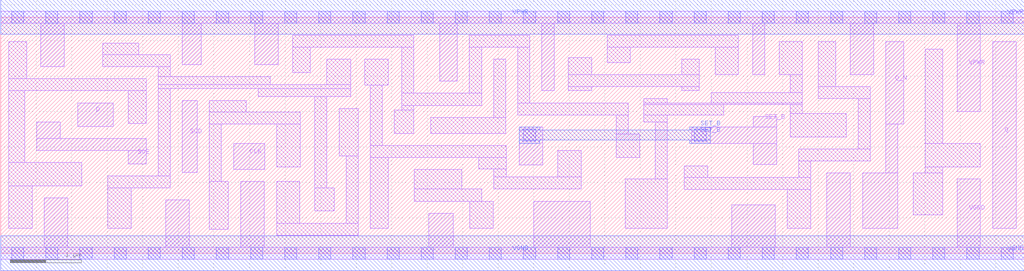
<source format=lef>
# Copyright 2020 The SkyWater PDK Authors
#
# Licensed under the Apache License, Version 2.0 (the "License");
# you may not use this file except in compliance with the License.
# You may obtain a copy of the License at
#
#     https://www.apache.org/licenses/LICENSE-2.0
#
# Unless required by applicable law or agreed to in writing, software
# distributed under the License is distributed on an "AS IS" BASIS,
# WITHOUT WARRANTIES OR CONDITIONS OF ANY KIND, either express or implied.
# See the License for the specific language governing permissions and
# limitations under the License.
#
# SPDX-License-Identifier: Apache-2.0

VERSION 5.7 ;
  NAMESCASESENSITIVE ON ;
  NOWIREEXTENSIONATPIN ON ;
  DIVIDERCHAR "/" ;
  BUSBITCHARS "[]" ;
UNITS
  DATABASE MICRONS 200 ;
END UNITS
MACRO sky130_fd_sc_ms__sdfsbp_1
  CLASS CORE ;
  SOURCE USER ;
  FOREIGN sky130_fd_sc_ms__sdfsbp_1 ;
  ORIGIN  0.000000  0.000000 ;
  SIZE  14.40000 BY  3.330000 ;
  SYMMETRY X Y ;
  SITE unit ;
  PIN D
    ANTENNAGATEAREA  0.178200 ;
    DIRECTION INPUT ;
    USE SIGNAL ;
    PORT
      LAYER li1 ;
        RECT 1.085000 1.790000 1.585000 2.120000 ;
    END
  END D
  PIN Q
    ANTENNADIFFAREA  0.518900 ;
    DIRECTION OUTPUT ;
    USE SIGNAL ;
    PORT
      LAYER li1 ;
        RECT 13.955000 0.350000 14.290000 2.980000 ;
    END
  END Q
  PIN Q_N
    ANTENNADIFFAREA  0.518900 ;
    DIRECTION OUTPUT ;
    USE SIGNAL ;
    PORT
      LAYER li1 ;
        RECT 12.125000 0.350000 12.620000 1.130000 ;
        RECT 12.450000 1.130000 12.620000 1.820000 ;
        RECT 12.450000 1.820000 12.705000 2.980000 ;
    END
  END Q_N
  PIN SCD
    ANTENNAGATEAREA  0.178200 ;
    DIRECTION INPUT ;
    USE SIGNAL ;
    PORT
      LAYER li1 ;
        RECT 2.555000 1.140000 2.765000 2.150000 ;
    END
  END SCD
  PIN SCE
    ANTENNAGATEAREA  0.356400 ;
    DIRECTION INPUT ;
    USE SIGNAL ;
    PORT
      LAYER li1 ;
        RECT 0.505000 1.450000 2.045000 1.620000 ;
        RECT 0.505000 1.620000 0.835000 1.850000 ;
        RECT 1.795000 1.260000 2.045000 1.450000 ;
    END
  END SCE
  PIN SET_B
    ANTENNAGATEAREA  0.277200 ;
    DIRECTION INPUT ;
    USE SIGNAL ;
    PORT
      LAYER li1 ;
        RECT  7.295000 1.245000  7.625000 1.780000 ;
        RECT  9.725000 1.550000 10.915000 1.780000 ;
        RECT 10.585000 1.255000 10.915000 1.550000 ;
        RECT 10.585000 1.780000 10.915000 1.925000 ;
      LAYER mcon ;
        RECT 7.355000 1.580000 7.525000 1.750000 ;
        RECT 9.755000 1.580000 9.925000 1.750000 ;
      LAYER met1 ;
        RECT 7.295000 1.550000 7.585000 1.595000 ;
        RECT 7.295000 1.595000 9.985000 1.735000 ;
        RECT 7.295000 1.735000 7.585000 1.780000 ;
        RECT 9.695000 1.550000 9.985000 1.595000 ;
        RECT 9.695000 1.735000 9.985000 1.780000 ;
    END
  END SET_B
  PIN CLK
    ANTENNAGATEAREA  0.312600 ;
    DIRECTION INPUT ;
    USE CLOCK ;
    PORT
      LAYER li1 ;
        RECT 3.275000 1.180000 3.715000 1.550000 ;
    END
  END CLK
  PIN VGND
    DIRECTION INOUT ;
    USE GROUND ;
    PORT
      LAYER li1 ;
        RECT  0.000000 -0.085000 14.400000 0.085000 ;
        RECT  0.615000  0.085000  0.945000 0.780000 ;
        RECT  2.325000  0.085000  2.655000 0.750000 ;
        RECT  3.380000  0.085000  3.710000 1.010000 ;
        RECT  6.020000  0.085000  6.370000 0.565000 ;
        RECT  7.500000  0.085000  8.295000 0.735000 ;
        RECT 10.285000  0.085000 10.895000 0.680000 ;
        RECT 11.625000  0.085000 11.955000 1.130000 ;
        RECT 13.455000  0.085000 13.785000 1.050000 ;
      LAYER mcon ;
        RECT  0.155000 -0.085000  0.325000 0.085000 ;
        RECT  0.635000 -0.085000  0.805000 0.085000 ;
        RECT  1.115000 -0.085000  1.285000 0.085000 ;
        RECT  1.595000 -0.085000  1.765000 0.085000 ;
        RECT  2.075000 -0.085000  2.245000 0.085000 ;
        RECT  2.555000 -0.085000  2.725000 0.085000 ;
        RECT  3.035000 -0.085000  3.205000 0.085000 ;
        RECT  3.515000 -0.085000  3.685000 0.085000 ;
        RECT  3.995000 -0.085000  4.165000 0.085000 ;
        RECT  4.475000 -0.085000  4.645000 0.085000 ;
        RECT  4.955000 -0.085000  5.125000 0.085000 ;
        RECT  5.435000 -0.085000  5.605000 0.085000 ;
        RECT  5.915000 -0.085000  6.085000 0.085000 ;
        RECT  6.395000 -0.085000  6.565000 0.085000 ;
        RECT  6.875000 -0.085000  7.045000 0.085000 ;
        RECT  7.355000 -0.085000  7.525000 0.085000 ;
        RECT  7.835000 -0.085000  8.005000 0.085000 ;
        RECT  8.315000 -0.085000  8.485000 0.085000 ;
        RECT  8.795000 -0.085000  8.965000 0.085000 ;
        RECT  9.275000 -0.085000  9.445000 0.085000 ;
        RECT  9.755000 -0.085000  9.925000 0.085000 ;
        RECT 10.235000 -0.085000 10.405000 0.085000 ;
        RECT 10.715000 -0.085000 10.885000 0.085000 ;
        RECT 11.195000 -0.085000 11.365000 0.085000 ;
        RECT 11.675000 -0.085000 11.845000 0.085000 ;
        RECT 12.155000 -0.085000 12.325000 0.085000 ;
        RECT 12.635000 -0.085000 12.805000 0.085000 ;
        RECT 13.115000 -0.085000 13.285000 0.085000 ;
        RECT 13.595000 -0.085000 13.765000 0.085000 ;
        RECT 14.075000 -0.085000 14.245000 0.085000 ;
      LAYER met1 ;
        RECT 0.000000 -0.245000 14.400000 0.245000 ;
    END
  END VGND
  PIN VPWR
    DIRECTION INOUT ;
    USE POWER ;
    PORT
      LAYER li1 ;
        RECT  0.000000 3.245000 14.400000 3.415000 ;
        RECT  0.565000 2.630000  0.895000 3.245000 ;
        RECT  2.555000 2.660000  2.820000 3.245000 ;
        RECT  3.575000 2.660000  3.905000 3.245000 ;
        RECT  6.175000 2.425000  6.425000 3.245000 ;
        RECT  7.615000 2.295000  7.785000 3.245000 ;
        RECT 10.580000 2.520000 10.750000 3.245000 ;
        RECT 11.950000 2.520000 12.280000 3.245000 ;
        RECT 13.455000 1.995000 13.785000 3.245000 ;
      LAYER mcon ;
        RECT  0.155000 3.245000  0.325000 3.415000 ;
        RECT  0.635000 3.245000  0.805000 3.415000 ;
        RECT  1.115000 3.245000  1.285000 3.415000 ;
        RECT  1.595000 3.245000  1.765000 3.415000 ;
        RECT  2.075000 3.245000  2.245000 3.415000 ;
        RECT  2.555000 3.245000  2.725000 3.415000 ;
        RECT  3.035000 3.245000  3.205000 3.415000 ;
        RECT  3.515000 3.245000  3.685000 3.415000 ;
        RECT  3.995000 3.245000  4.165000 3.415000 ;
        RECT  4.475000 3.245000  4.645000 3.415000 ;
        RECT  4.955000 3.245000  5.125000 3.415000 ;
        RECT  5.435000 3.245000  5.605000 3.415000 ;
        RECT  5.915000 3.245000  6.085000 3.415000 ;
        RECT  6.395000 3.245000  6.565000 3.415000 ;
        RECT  6.875000 3.245000  7.045000 3.415000 ;
        RECT  7.355000 3.245000  7.525000 3.415000 ;
        RECT  7.835000 3.245000  8.005000 3.415000 ;
        RECT  8.315000 3.245000  8.485000 3.415000 ;
        RECT  8.795000 3.245000  8.965000 3.415000 ;
        RECT  9.275000 3.245000  9.445000 3.415000 ;
        RECT  9.755000 3.245000  9.925000 3.415000 ;
        RECT 10.235000 3.245000 10.405000 3.415000 ;
        RECT 10.715000 3.245000 10.885000 3.415000 ;
        RECT 11.195000 3.245000 11.365000 3.415000 ;
        RECT 11.675000 3.245000 11.845000 3.415000 ;
        RECT 12.155000 3.245000 12.325000 3.415000 ;
        RECT 12.635000 3.245000 12.805000 3.415000 ;
        RECT 13.115000 3.245000 13.285000 3.415000 ;
        RECT 13.595000 3.245000 13.765000 3.415000 ;
        RECT 14.075000 3.245000 14.245000 3.415000 ;
      LAYER met1 ;
        RECT 0.000000 3.085000 14.400000 3.575000 ;
    END
  END VPWR
  OBS
    LAYER li1 ;
      RECT  0.115000 0.350000  0.445000 0.950000 ;
      RECT  0.115000 0.950000  1.140000 1.280000 ;
      RECT  0.115000 1.280000  0.335000 2.290000 ;
      RECT  0.115000 2.290000  2.045000 2.460000 ;
      RECT  0.115000 2.460000  0.365000 2.980000 ;
      RECT  1.435000 2.630000  2.385000 2.800000 ;
      RECT  1.435000 2.800000  1.945000 2.960000 ;
      RECT  1.505000 0.350000  1.835000 0.920000 ;
      RECT  1.505000 0.920000  2.385000 1.090000 ;
      RECT  1.795000 1.830000  2.045000 2.290000 ;
      RECT  2.215000 1.090000  2.385000 2.320000 ;
      RECT  2.215000 2.320000  4.925000 2.380000 ;
      RECT  2.215000 2.380000  3.795000 2.490000 ;
      RECT  2.215000 2.490000  2.385000 2.630000 ;
      RECT  2.935000 0.340000  3.200000 1.010000 ;
      RECT  2.935000 1.010000  3.105000 1.820000 ;
      RECT  2.935000 1.820000  4.215000 1.990000 ;
      RECT  2.935000 1.990000  3.455000 2.150000 ;
      RECT  3.625000 2.210000  4.925000 2.320000 ;
      RECT  3.880000 0.255000  5.030000 0.425000 ;
      RECT  3.880000 0.425000  4.210000 1.010000 ;
      RECT  3.885000 1.220000  4.215000 1.820000 ;
      RECT  4.105000 2.550000  4.355000 2.905000 ;
      RECT  4.105000 2.905000  5.810000 3.075000 ;
      RECT  4.420000 0.595000  4.690000 0.925000 ;
      RECT  4.420000 0.925000  4.590000 2.210000 ;
      RECT  4.590000 2.380000  4.925000 2.735000 ;
      RECT  4.760000 1.370000  5.030000 2.040000 ;
      RECT  4.860000 0.425000  5.030000 1.370000 ;
      RECT  5.120000 2.370000  5.450000 2.735000 ;
      RECT  5.200000 0.350000  5.450000 1.350000 ;
      RECT  5.200000 1.350000  7.110000 1.520000 ;
      RECT  5.200000 1.520000  5.370000 2.370000 ;
      RECT  5.540000 1.690000  5.810000 2.020000 ;
      RECT  5.640000 2.020000  5.810000 2.085000 ;
      RECT  5.640000 2.085000  6.765000 2.255000 ;
      RECT  5.640000 2.255000  5.810000 2.905000 ;
      RECT  5.815000 0.735000  6.770000 0.905000 ;
      RECT  5.815000 0.905000  6.485000 1.180000 ;
      RECT  6.050000 1.690000  7.105000 1.915000 ;
      RECT  6.595000 2.255000  6.765000 2.905000 ;
      RECT  6.595000 2.905000  7.445000 3.075000 ;
      RECT  6.600000 0.350000  6.930000 0.735000 ;
      RECT  6.725000 1.190000  7.110000 1.350000 ;
      RECT  6.935000 1.915000  7.105000 2.735000 ;
      RECT  6.940000 0.905000  8.165000 1.075000 ;
      RECT  6.940000 1.075000  7.110000 1.190000 ;
      RECT  7.275000 1.950000  8.830000 2.120000 ;
      RECT  7.275000 2.120000  7.445000 2.905000 ;
      RECT  7.835000 1.075000  8.165000 1.450000 ;
      RECT  7.985000 2.290000  8.315000 2.350000 ;
      RECT  7.985000 2.350000  9.830000 2.520000 ;
      RECT  7.985000 2.520000  8.315000 2.755000 ;
      RECT  8.530000 2.690000  8.860000 2.905000 ;
      RECT  8.530000 2.905000 10.380000 3.075000 ;
      RECT  8.660000 1.350000  8.990000 1.680000 ;
      RECT  8.660000 1.680000  8.830000 1.950000 ;
      RECT  8.785000 0.350000  9.380000 1.050000 ;
      RECT  9.045000 1.850000  9.380000 1.950000 ;
      RECT  9.045000 1.950000 10.170000 2.095000 ;
      RECT  9.045000 2.095000 11.280000 2.120000 ;
      RECT  9.045000 2.120000  9.380000 2.180000 ;
      RECT  9.210000 1.050000  9.380000 1.850000 ;
      RECT  9.580000 2.290000  9.830000 2.350000 ;
      RECT  9.580000 2.520000  9.830000 2.735000 ;
      RECT  9.620000 0.900000 11.395000 1.070000 ;
      RECT  9.620000 1.070000  9.950000 1.230000 ;
      RECT 10.000000 2.120000 11.280000 2.265000 ;
      RECT 10.050000 2.520000 10.380000 2.905000 ;
      RECT 10.950000 2.520000 11.280000 2.980000 ;
      RECT 11.065000 0.350000 11.395000 0.900000 ;
      RECT 11.110000 1.640000 11.895000 1.970000 ;
      RECT 11.110000 1.970000 11.280000 2.095000 ;
      RECT 11.110000 2.265000 11.280000 2.520000 ;
      RECT 11.225000 1.070000 11.395000 1.300000 ;
      RECT 11.225000 1.300000 12.235000 1.470000 ;
      RECT 11.500000 2.180000 12.235000 2.350000 ;
      RECT 11.500000 2.350000 11.750000 2.980000 ;
      RECT 12.065000 1.470000 12.235000 2.180000 ;
      RECT 12.840000 0.540000 13.255000 1.130000 ;
      RECT 13.005000 1.130000 13.255000 1.220000 ;
      RECT 13.005000 1.220000 13.785000 1.550000 ;
      RECT 13.005000 1.550000 13.255000 2.875000 ;
  END
END sky130_fd_sc_ms__sdfsbp_1

</source>
